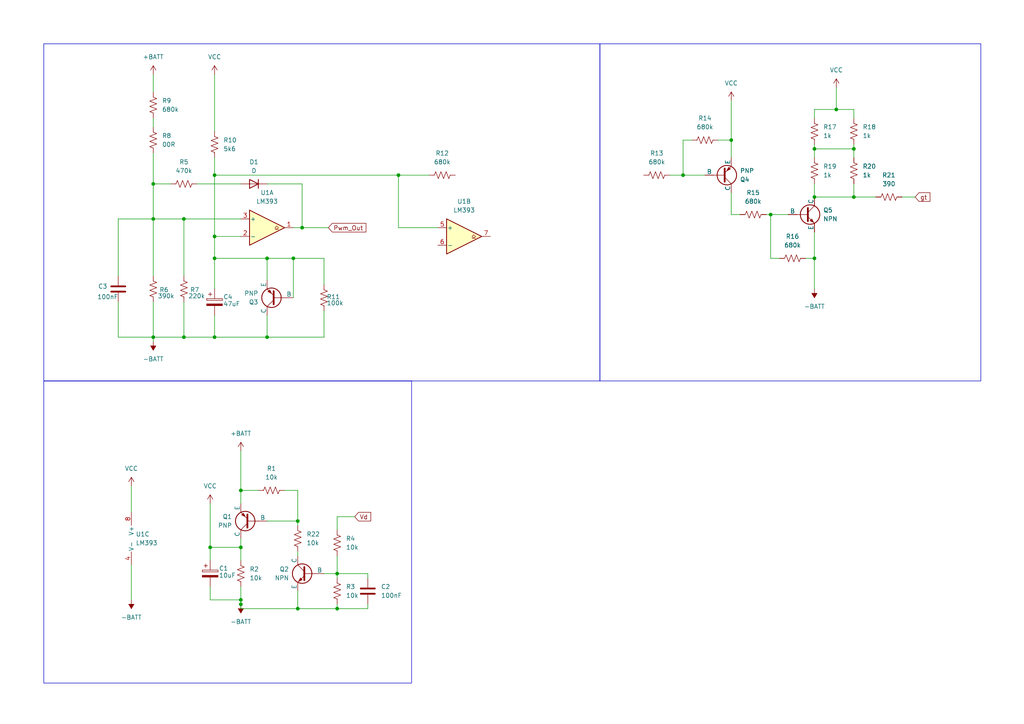
<source format=kicad_sch>
(kicad_sch (version 20250114) (generator "eeschema") (generator_version "9.0")
  (paper "A4")
  (lib_symbols
    (symbol "Comparator:LM393" (pin_names (offset 0.127))
      (property "Reference" "U" (at 3.81 3.81 0))
      (property "Value" "LM393" (at 6.35 -3.81 0))
      (symbol "LM393_1_1"
        (polyline (pts (xy -5.08 5.08) (xy 5.08 0) (xy -5.08 -5.08) (xy -5.08 5.08)) (stroke (width 0.254)) (fill (type background)))
        (polyline (pts (xy 3.302 -0.508) (xy 2.794 -0.508) (xy 3.302 0) (xy 2.794 0.508) (xy 2.286 0) (xy 2.794 -0.508) (xy 2.286 -0.508)) (stroke (width 0.127)))
        (pin input line (at -7.62 2.54 0) (length 2.54) (name "+") (number "3"))
        (pin input line (at -7.62 -2.54 0) (length 2.54) (name "-") (number "2"))
        (pin open_collector line (at 7.62 0 180) (length 2.54) (name "~") (number "1"))
      )
      (symbol "LM393_2_1"
        (polyline (pts (xy -5.08 5.08) (xy 5.08 0) (xy -5.08 -5.08) (xy -5.08 5.08)) (stroke (width 0.254)) (fill (type background)))
        (polyline (pts (xy 3.302 -0.508) (xy 2.794 -0.508) (xy 3.302 0) (xy 2.794 0.508) (xy 2.286 0) (xy 2.794 -0.508) (xy 2.286 -0.508)) (stroke (width 0.127)))
        (pin input line (at -7.62 2.54 0) (length 2.54) (name "+") (number "5"))
        (pin input line (at -7.62 -2.54 0) (length 2.54) (name "-") (number "6"))
        (pin open_collector line (at 7.62 0 180) (length 2.54) (name "~") (number "7"))
      )
      (symbol "LM393_3_1"
        (pin power_in line (at -2.54 7.62 270) (length 3.81) (name "V+") (number "8"))
        (pin power_in line (at -2.54 -7.62 90) (length 3.81) (name "V-") (number "4"))
      )
    )
    (symbol "Device:C" (pin_numbers (hide yes)) (pin_names (offset 0.254))
      (property "Reference" "C" (at 0.635 2.54 0))
      (property "Value" "C" (at 0.635 -2.54 0))
      (symbol "C_0_1"
        (polyline (pts (xy -2.032 0.762) (xy 2.032 0.762)) (stroke (width 0.508)))
        (polyline (pts (xy -2.032 -0.762) (xy 2.032 -0.762)) (stroke (width 0.508)))
      )
      (symbol "C_1_1"
        (pin passive line (at 0 3.81 270) (length 2.794) (name "~") (number "1"))
        (pin passive line (at 0 -3.81 90) (length 2.794) (name "~") (number "2"))
      )
    )
    (symbol "Device:C_Polarized" (pin_numbers (hide yes)) (pin_names (offset 0.254))
      (property "Reference" "C" (at 0.635 2.54 0))
      (property "Value" "C_Polarized" (at 0.635 -2.54 0))
      (symbol "C_Polarized_0_1"
        (rectangle (start -2.286 0.508) (end 2.286 1.016))
        (polyline (pts (xy -1.778 2.286) (xy -0.762 2.286)))
        (polyline (pts (xy -1.27 2.794) (xy -1.27 1.778)))
        (rectangle (start 2.286 -0.508) (end -2.286 -1.016) (fill (type outline)))
      )
      (symbol "C_Polarized_1_1"
        (pin passive line (at 0 3.81 270) (length 2.794) (name "~") (number "1"))
        (pin passive line (at 0 -3.81 90) (length 2.794) (name "~") (number "2"))
      )
    )
    (symbol "Device:D" (pin_numbers (hide yes)) (pin_names (offset 1.016) (hide yes))
      (property "Reference" "D" (at 0 2.54 0))
      (property "Value" "D" (at 0 -2.54 0))
      (symbol "D_0_1"
        (polyline (pts (xy -1.27 1.27) (xy -1.27 -1.27)) (stroke (width 0.254)))
        (polyline (pts (xy 1.27 1.27) (xy 1.27 -1.27) (xy -1.27 0) (xy 1.27 1.27)) (stroke (width 0.254)))
        (polyline (pts (xy 1.27 0) (xy -1.27 0)))
      )
      (symbol "D_1_1"
        (pin passive line (at -3.81 0 0) (length 2.54) (name "K") (number "1"))
        (pin passive line (at 3.81 0 180) (length 2.54) (name "A") (number "2"))
      )
    )
    (symbol "Device:R_US" (pin_numbers (hide yes)) (pin_names (offset 0))
      (property "Reference" "R" (at 2.54 0 90))
      (property "Value" "R_US" (at -2.54 0 90))
      (symbol "R_US_0_1"
        (polyline (pts (xy 0 2.286) (xy 0 2.54)))
        (polyline (pts (xy 0 2.286) (xy 1.016 1.905) (xy 0 1.524) (xy -1.016 1.143) (xy 0 0.762)))
        (polyline (pts (xy 0 0.762) (xy 1.016 0.381) (xy 0 0) (xy -1.016 -0.381) (xy 0 -0.762)))
        (polyline (pts (xy 0 -0.762) (xy 1.016 -1.143) (xy 0 -1.524) (xy -1.016 -1.905) (xy 0 -2.286)))
        (polyline (pts (xy 0 -2.286) (xy 0 -2.54)))
      )
      (symbol "R_US_1_1"
        (pin passive line (at 0 3.81 270) (length 1.27) (name "~") (number "1"))
        (pin passive line (at 0 -3.81 90) (length 1.27) (name "~") (number "2"))
      )
    )
    (symbol "Simulation_SPICE:NPN" (pin_numbers (hide yes)) (pin_names (offset 0))
      (property "Reference" "Q" (at -2.54 7.62 0))
      (property "Value" "NPN" (at -2.54 5.08 0))
      (symbol "NPN_0_1"
        (polyline (pts (xy -2.54 0) (xy 0.635 0)) (stroke (width 0.1524)))
        (polyline (pts (xy 0.635 1.905) (xy 0.635 -1.905) (xy 0.635 -1.905)) (stroke (width 0.508)))
        (polyline (pts (xy 0.635 0.635) (xy 2.54 2.54)))
        (polyline (pts (xy 0.635 -0.635) (xy 2.54 -2.54) (xy 2.54 -2.54)))
        (circle (center 1.27 0) (radius 2.8194) (stroke (width 0.254)))
        (polyline (pts (xy 1.27 -1.778) (xy 1.778 -1.27) (xy 2.286 -2.286) (xy 1.27 -1.778) (xy 1.27 -1.778)) (fill (type outline)))
        (polyline (pts (xy 2.794 -1.27) (xy 2.794 -1.27)) (stroke (width 0.1524)))
        (polyline (pts (xy 2.794 -1.27) (xy 2.794 -1.27)) (stroke (width 0.1524)))
      )
      (symbol "NPN_1_1"
        (pin input line (at -5.08 0 0) (length 2.54) (name "B") (number "2"))
        (pin open_collector line (at 2.54 5.08 270) (length 2.54) (name "C") (number "1"))
        (pin open_emitter line (at 2.54 -5.08 90) (length 2.54) (name "E") (number "3"))
      )
    )
    (symbol "Simulation_SPICE:PNP" (pin_numbers (hide yes)) (pin_names (offset 0))
      (property "Reference" "Q" (at -2.54 7.62 0))
      (property "Value" "PNP" (at -2.54 5.08 0))
      (symbol "PNP_0_1"
        (polyline (pts (xy -2.54 0) (xy 0.635 0)) (stroke (width 0.1524)))
        (polyline (pts (xy 0.635 1.905) (xy 0.635 -1.905) (xy 0.635 -1.905)) (stroke (width 0.508)))
        (polyline (pts (xy 0.635 0.635) (xy 2.54 2.54)))
        (polyline (pts (xy 0.635 -0.635) (xy 2.54 -2.54) (xy 2.54 -2.54)))
        (circle (center 1.27 0) (radius 2.8194) (stroke (width 0.254)))
        (polyline (pts (xy 2.286 -1.778) (xy 1.778 -2.286) (xy 1.27 -1.27) (xy 2.286 -1.778) (xy 2.286 -1.778)) (fill (type outline)))
      )
      (symbol "PNP_1_1"
        (pin input line (at -5.08 0 0) (length 2.54) (name "B") (number "2"))
        (pin open_collector line (at 2.54 5.08 270) (length 2.54) (name "C") (number "1"))
        (pin open_emitter line (at 2.54 -5.08 90) (length 2.54) (name "E") (number "3"))
      )
    )
    (symbol "power:+BATT" (power) (pin_names (offset 0))
      (property "Value" "+BATT" (at 0 3.556 0))
      (symbol "+BATT_0_1"
        (polyline (pts (xy -0.762 1.27) (xy 0 2.54)))
        (polyline (pts (xy 0 2.54) (xy 0.762 1.27)))
        (polyline (pts (xy 0 0) (xy 0 2.54)))
      )
      (symbol "+BATT_1_1"
        (pin power_in line (at 0 0 90) (length 0) (hide yes) (name "+BATT") (number "1"))
      )
    )
    (symbol "power:-BATT" (power) (pin_names (offset 0))
      (property "Value" "-BATT" (at 0 3.556 0))
      (symbol "-BATT_0_1"
        (polyline (pts (xy 0 0) (xy 0 2.54)))
        (polyline (pts (xy 0.762 1.27) (xy -0.762 1.27) (xy 0 2.54) (xy 0.762 1.27)) (fill (type outline)))
      )
      (symbol "-BATT_1_1"
        (pin power_in line (at 0 0 90) (length 0) (hide yes) (name "-BATT") (number "1"))
      )
    )
    (symbol "power:VCC" (power) (pin_names (offset 0))
      (property "Value" "VCC" (at 0 3.81 0))
      (symbol "VCC_0_1"
        (polyline (pts (xy -0.762 1.27) (xy 0 2.54)))
        (polyline (pts (xy 0 2.54) (xy 0.762 1.27)))
        (polyline (pts (xy 0 0) (xy 0 2.54)))
      )
      (symbol "VCC_1_1"
        (pin power_in line (at 0 0 90) (length 0) (hide yes) (name "VCC") (number "1"))
      )
    )
  )
  (rectangle (start 12.7 110.49) (end 119.38 198.12))
  (rectangle (start 12.7 12.7) (end 173.99 110.49))
  (rectangle (start 173.99 12.7) (end 284.48 110.49))
  (junction (at 236.22 57.15))
  (junction (at 236.22 74.93))
  (junction (at 44.45 97.79))
  (junction (at 62.23 68.58))
  (junction (at 247.65 57.15))
  (junction (at 97.79 166.37))
  (junction (at 85.09 74.93))
  (junction (at 69.85 173.99))
  (junction (at 97.79 176.53))
  (junction (at 77.47 74.93))
  (junction (at 60.96 158.75))
  (junction (at 115.57 50.8))
  (junction (at 53.34 63.5))
  (junction (at 44.45 53.34))
  (junction (at 223.52 62.23))
  (junction (at 87.63 66.04))
  (junction (at 44.45 63.5))
  (junction (at 86.36 151.13))
  (junction (at 236.22 43.18))
  (junction (at 62.23 50.8))
  (junction (at 77.47 97.79))
  (junction (at 247.65 43.18))
  (junction (at 62.23 74.93))
  (junction (at 198.12 50.8))
  (junction (at 69.85 142.24))
  (junction (at 86.36 176.53))
  (junction (at 53.34 97.79))
  (junction (at 69.85 158.75))
  (junction (at 242.57 31.75))
  (junction (at 212.09 40.64))
  (junction (at 69.85 175.26))
  (junction (at 62.23 97.79))
  (wire (pts (xy 236.22 31.75) (xy 242.57 31.75)))
  (wire (pts (xy 86.36 171.45) (xy 86.36 176.53)))
  (wire (pts (xy 247.65 41.91) (xy 247.65 43.18)))
  (wire (pts (xy 85.09 86.36) (xy 85.09 74.93)))
  (wire (pts (xy 62.23 21.59) (xy 62.23 38.1)))
  (wire (pts (xy 44.45 63.5) (xy 44.45 80.01)))
  (wire (pts (xy 247.65 53.34) (xy 247.65 57.15)))
  (wire (pts (xy 44.45 21.59) (xy 44.45 26.67)))
  (wire (pts (xy 38.1 140.97) (xy 38.1 148.59)))
  (wire (pts (xy 60.96 170.18) (xy 60.96 173.99)))
  (wire (pts (xy 97.79 166.37) (xy 97.79 167.64)))
  (wire (pts (xy 97.79 149.86) (xy 97.79 153.67)))
  (wire (pts (xy 106.68 166.37) (xy 97.79 166.37)))
  (wire (pts (xy 53.34 63.5) (xy 69.85 63.5)))
  (wire (pts (xy 86.36 176.53) (xy 69.85 176.53)))
  (wire (pts (xy 69.85 142.24) (xy 69.85 146.05)))
  (wire (pts (xy 261.62 57.15) (xy 265.43 57.15)))
  (wire (pts (xy 60.96 158.75) (xy 69.85 158.75)))
  (wire (pts (xy 93.98 82.55) (xy 93.98 74.93)))
  (wire (pts (xy 95.25 66.04) (xy 87.63 66.04)))
  (wire (pts (xy 97.79 161.29) (xy 97.79 166.37)))
  (wire (pts (xy 69.85 158.75) (xy 69.85 162.56)))
  (wire (pts (xy 102.87 149.86) (xy 97.79 149.86)))
  (wire (pts (xy 44.45 97.79) (xy 44.45 99.06)))
  (wire (pts (xy 62.23 45.72) (xy 62.23 50.8)))
  (wire (pts (xy 60.96 162.56) (xy 60.96 158.75)))
  (wire (pts (xy 242.57 25.4) (xy 242.57 31.75)))
  (wire (pts (xy 53.34 97.79) (xy 62.23 97.79)))
  (wire (pts (xy 236.22 41.91) (xy 236.22 43.18)))
  (wire (pts (xy 69.85 156.21) (xy 69.85 158.75)))
  (wire (pts (xy 93.98 166.37) (xy 97.79 166.37)))
  (wire (pts (xy 208.28 40.64) (xy 212.09 40.64)))
  (wire (pts (xy 222.25 62.23) (xy 223.52 62.23)))
  (wire (pts (xy 53.34 87.63) (xy 53.34 97.79)))
  (wire (pts (xy 77.47 74.93) (xy 77.47 81.28)))
  (wire (pts (xy 44.45 87.63) (xy 44.45 97.79)))
  (wire (pts (xy 77.47 53.34) (xy 87.63 53.34)))
  (wire (pts (xy 198.12 40.64) (xy 198.12 50.8)))
  (wire (pts (xy 194.31 50.8) (xy 198.12 50.8)))
  (wire (pts (xy 115.57 50.8) (xy 124.46 50.8)))
  (wire (pts (xy 97.79 175.26) (xy 97.79 176.53)))
  (wire (pts (xy 242.57 31.75) (xy 247.65 31.75)))
  (wire (pts (xy 212.09 40.64) (xy 212.09 45.72)))
  (wire (pts (xy 223.52 74.93) (xy 223.52 62.23)))
  (wire (pts (xy 44.45 97.79) (xy 53.34 97.79)))
  (wire (pts (xy 115.57 66.04) (xy 115.57 50.8)))
  (wire (pts (xy 77.47 97.79) (xy 62.23 97.79)))
  (wire (pts (xy 247.65 57.15) (xy 254 57.15)))
  (wire (pts (xy 60.96 146.05) (xy 60.96 158.75)))
  (wire (pts (xy 93.98 97.79) (xy 77.47 97.79)))
  (wire (pts (xy 236.22 74.93) (xy 236.22 83.82)))
  (wire (pts (xy 44.45 63.5) (xy 44.45 53.34)))
  (wire (pts (xy 62.23 68.58) (xy 69.85 68.58)))
  (wire (pts (xy 77.47 91.44) (xy 77.47 97.79)))
  (wire (pts (xy 93.98 90.17) (xy 93.98 97.79)))
  (wire (pts (xy 34.29 87.63) (xy 34.29 97.79)))
  (wire (pts (xy 198.12 50.8) (xy 204.47 50.8)))
  (wire (pts (xy 247.65 57.15) (xy 236.22 57.15)))
  (wire (pts (xy 223.52 62.23) (xy 228.6 62.23)))
  (wire (pts (xy 53.34 63.5) (xy 53.34 80.01)))
  (wire (pts (xy 69.85 173.99) (xy 69.85 175.26)))
  (wire (pts (xy 34.29 80.01) (xy 34.29 63.5)))
  (wire (pts (xy 233.68 74.93) (xy 236.22 74.93)))
  (wire (pts (xy 69.85 142.24) (xy 74.93 142.24)))
  (wire (pts (xy 226.06 74.93) (xy 223.52 74.93)))
  (wire (pts (xy 236.22 67.31) (xy 236.22 74.93)))
  (wire (pts (xy 247.65 43.18) (xy 247.65 45.72)))
  (wire (pts (xy 200.66 40.64) (xy 198.12 40.64)))
  (wire (pts (xy 62.23 91.44) (xy 62.23 97.79)))
  (wire (pts (xy 106.68 176.53) (xy 97.79 176.53)))
  (wire (pts (xy 62.23 50.8) (xy 62.23 68.58)))
  (wire (pts (xy 62.23 50.8) (xy 115.57 50.8)))
  (wire (pts (xy 77.47 74.93) (xy 62.23 74.93)))
  (wire (pts (xy 34.29 63.5) (xy 44.45 63.5)))
  (wire (pts (xy 236.22 43.18) (xy 236.22 45.72)))
  (wire (pts (xy 212.09 29.21) (xy 212.09 40.64)))
  (wire (pts (xy 44.45 53.34) (xy 49.53 53.34)))
  (wire (pts (xy 87.63 66.04) (xy 85.09 66.04)))
  (wire (pts (xy 212.09 62.23) (xy 214.63 62.23)))
  (wire (pts (xy 85.09 74.93) (xy 77.47 74.93)))
  (wire (pts (xy 97.79 176.53) (xy 86.36 176.53)))
  (wire (pts (xy 87.63 53.34) (xy 87.63 66.04)))
  (wire (pts (xy 86.36 151.13) (xy 77.47 151.13)))
  (wire (pts (xy 62.23 68.58) (xy 62.23 74.93)))
  (wire (pts (xy 60.96 173.99) (xy 69.85 173.99)))
  (wire (pts (xy 69.85 176.53) (xy 69.85 175.26)))
  (wire (pts (xy 44.45 34.29) (xy 44.45 36.83)))
  (wire (pts (xy 69.85 170.18) (xy 69.85 173.99)))
  (wire (pts (xy 69.85 130.81) (xy 69.85 142.24)))
  (wire (pts (xy 236.22 43.18) (xy 247.65 43.18)))
  (wire (pts (xy 86.36 142.24) (xy 86.36 151.13)))
  (wire (pts (xy 106.68 167.64) (xy 106.68 166.37)))
  (wire (pts (xy 106.68 175.26) (xy 106.68 176.53)))
  (wire (pts (xy 44.45 63.5) (xy 53.34 63.5)))
  (wire (pts (xy 86.36 160.02) (xy 86.36 161.29)))
  (wire (pts (xy 82.55 142.24) (xy 86.36 142.24)))
  (wire (pts (xy 236.22 31.75) (xy 236.22 34.29)))
  (wire (pts (xy 44.45 44.45) (xy 44.45 53.34)))
  (wire (pts (xy 93.98 74.93) (xy 85.09 74.93)))
  (wire (pts (xy 86.36 151.13) (xy 86.36 152.4)))
  (wire (pts (xy 34.29 97.79) (xy 44.45 97.79)))
  (wire (pts (xy 62.23 74.93) (xy 62.23 83.82)))
  (wire (pts (xy 57.15 53.34) (xy 69.85 53.34)))
  (wire (pts (xy 38.1 163.83) (xy 38.1 173.99)))
  (wire (pts (xy 212.09 62.23) (xy 212.09 55.88)))
  (wire (pts (xy 247.65 31.75) (xy 247.65 34.29)))
  (wire (pts (xy 236.22 53.34) (xy 236.22 57.15)))
  (wire (pts (xy 127 66.04) (xy 115.57 66.04)))
  (global_label "gt" (shape input) (at 265.43 57.15 0) (property "Intersheetrefs" "${INTERSHEET_REFS}" (effects (hide yes))))
  (global_label "Vd" (shape input) (at 102.87 149.86 0) (property "Intersheetrefs" "${INTERSHEET_REFS}" (effects (hide yes))))
  (global_label "Pwm_Out" (shape input) (at 95.25 66.04 0) (property "Intersheetrefs" "${INTERSHEET_REFS}" (effects (hide yes))))
  (symbol (lib_id "Device:R_US") (at 128.27 50.8 270) (unit 1)
    (property "Reference" "R12" (at 128.27 44.45 90))
    (property "Value" "680k" (at 128.27 46.99 90))
    (property "Description" "Resistor, US symbol" (effects (hide yes)))
  )
  (symbol (lib_id "Device:C") (at 106.68 171.45 0) (unit 1)
    (property "Reference" "C2" (at 110.49 170.1799 0) (effects (justify left)))
    (property "Value" "100nF" (at 110.49 172.7199 0) (effects (justify left)))
    (property "Description" "Unpolarized capacitor" (effects (hide yes)))
  )
  (symbol (lib_id "Device:R_US") (at 247.65 38.1 0) (unit 1)
    (property "Reference" "R18" (at 250.19 36.8299 0) (effects (justify left)))
    (property "Value" "1k" (at 250.19 39.3699 0) (effects (justify left)))
    (property "Description" "Resistor, US symbol" (effects (hide yes)))
  )
  (symbol (lib_id "power:VCC") (at 212.09 29.21 0) (unit 1)
    (property "Reference" "#PWR09" (effects (hide yes)))
    (property "Value" "VCC" (at 212.09 24.13 0))
    (property "Description" "Power symbol creates a global label with name \"VCC\"" (effects (hide yes)))
  )
  (symbol (lib_id "power:+BATT") (at 44.45 21.59 0) (unit 1)
    (property "Reference" "#PWR07" (effects (hide yes)))
    (property "Value" "+BATT" (at 44.45 16.51 0))
    (property "Description" "Power symbol creates a global label with name \"+BATT\"" (effects (hide yes)))
  )
  (symbol (lib_id "Device:R_US") (at 53.34 53.34 90) (unit 1)
    (property "Reference" "R5" (at 53.34 46.99 90))
    (property "Value" "470k" (at 53.34 49.53 90))
    (property "Description" "Resistor, US symbol" (effects (hide yes)))
  )
  (symbol (lib_id "Device:R_US") (at 86.36 156.21 180) (unit 1)
    (property "Reference" "R22" (at 88.9 154.9399 0) (effects (justify right)))
    (property "Value" "10k" (at 88.9 157.4799 0) (effects (justify right)))
    (property "Description" "Resistor, US symbol" (effects (hide yes)))
  )
  (symbol (lib_id "Device:R_US") (at 204.47 40.64 270) (unit 1)
    (property "Reference" "R14" (at 204.47 34.29 90))
    (property "Value" "680k" (at 204.47 36.83 90))
    (property "Description" "Resistor, US symbol" (effects (hide yes)))
  )
  (symbol (lib_id "Device:R_US") (at 62.23 41.91 180) (unit 1)
    (property "Reference" "R10" (at 64.77 40.6399 0) (effects (justify right)))
    (property "Value" "5k6" (at 64.77 43.1799 0) (effects (justify right)))
    (property "Description" "Resistor, US symbol" (effects (hide yes)))
  )
  (symbol (lib_id "Device:R_US") (at 69.85 166.37 180) (unit 1)
    (property "Reference" "R2" (at 72.39 165.0999 0) (effects (justify right)))
    (property "Value" "10k" (at 72.39 167.6399 0) (effects (justify right)))
    (property "Description" "Resistor, US symbol" (effects (hide yes)))
  )
  (symbol (lib_id "Device:C_Polarized") (at 60.96 166.37 0) (unit 1)
    (property "Reference" "C1" (at 63.5 164.846 0) (effects (justify left)))
    (property "Value" "10uF" (at 63.5 166.878 0) (effects (justify left)))
    (property "Description" "Polarized capacitor" (effects (hide yes)))
  )
  (symbol (lib_id "Simulation_SPICE:PNP") (at 209.55 50.8 0) (mirror x) (unit 1)
    (property "Reference" "Q4" (at 214.63 52.0701 0) (effects (justify left)))
    (property "Value" "PNP" (at 214.63 49.5301 0) (effects (justify left)))
    (property "Datasheet" "https://ngspice.sourceforge.io/docs/ngspice-html-manual/manual.xhtml#cha_BJTs" (effects (hide yes)))
    (property "Description" "Bipolar transistor symbol for simulation only, substrate tied to the emitter" (effects (hide yes)))
    (property "Sim.Device" "PNP" (effects (hide yes)))
    (property "Sim.Type" "GUMMELPOON" (effects (hide yes)))
    (property "Sim.Pins" "1=C 2=B 3=E" (effects (hide yes)))
  )
  (symbol (lib_id "Device:R_US") (at 236.22 38.1 0) (unit 1)
    (property "Reference" "R17" (at 238.76 36.8299 0) (effects (justify left)))
    (property "Value" "1k" (at 238.76 39.3699 0) (effects (justify left)))
    (property "Description" "Resistor, US symbol" (effects (hide yes)))
  )
  (symbol (lib_id "power:-BATT") (at 69.85 175.26 180) (unit 1)
    (property "Reference" "#PWR03" (effects (hide yes)))
    (property "Value" "-BATT" (at 69.85 180.34 0))
    (property "Description" "Power symbol creates a global label with name \"-BATT\"" (effects (hide yes)))
  )
  (symbol (lib_id "power:VCC") (at 242.57 25.4 0) (unit 1)
    (property "Reference" "#PWR011" (effects (hide yes)))
    (property "Value" "VCC" (at 242.57 20.32 0))
    (property "Description" "Power symbol creates a global label with name \"VCC\"" (effects (hide yes)))
  )
  (symbol (lib_id "Device:R_US") (at 190.5 50.8 270) (unit 1)
    (property "Reference" "R13" (at 190.5 44.45 90))
    (property "Value" "680k" (at 190.5 46.99 90))
    (property "Description" "Resistor, US symbol" (effects (hide yes)))
  )
  (symbol (lib_id "Device:R_US") (at 78.74 142.24 90) (unit 1)
    (property "Reference" "R1" (at 78.74 135.89 90))
    (property "Value" "10k" (at 78.74 138.43 90))
    (property "Description" "Resistor, US symbol" (effects (hide yes)))
  )
  (symbol (lib_id "power:VCC") (at 38.1 140.97 0) (unit 1)
    (property "Reference" "#PWR04" (effects (hide yes)))
    (property "Value" "VCC" (at 38.1 135.89 0))
    (property "Description" "Power symbol creates a global label with name \"VCC\"" (effects (hide yes)))
  )
  (symbol (lib_id "Simulation_SPICE:NPN") (at 88.9 166.37 0) (mirror y) (unit 1)
    (property "Reference" "Q2" (at 83.82 165.0999 0) (effects (justify left)))
    (property "Value" "NPN" (at 83.82 167.6399 0) (effects (justify left)))
    (property "Datasheet" "https://ngspice.sourceforge.io/docs/ngspice-html-manual/manual.xhtml#cha_BJTs" (effects (hide yes)))
    (property "Description" "Bipolar transistor symbol for simulation only, substrate tied to the emitter" (effects (hide yes)))
    (property "Sim.Device" "NPN" (effects (hide yes)))
    (property "Sim.Type" "GUMMELPOON" (effects (hide yes)))
    (property "Sim.Pins" "1=C 2=B 3=E" (effects (hide yes)))
  )
  (symbol (lib_id "Comparator:LM393") (at 134.62 68.58 0) (unit 2)
    (property "Reference" "U1" (at 134.62 58.42 0))
    (property "Value" "LM393" (at 134.62 60.96 0))
    (property "Datasheet" "http://www.ti.com/lit/ds/symlink/lm393.pdf" (effects (hide yes)))
    (property "Description" "Low-Power, Low-Offset Voltage, Dual Comparators, DIP-8/SOIC-8/TO-99-8" (effects (hide yes)))
  )
  (symbol (lib_id "power:-BATT") (at 38.1 173.99 180) (unit 1)
    (property "Reference" "#PWR01" (effects (hide yes)))
    (property "Value" "-BATT" (at 38.1 179.07 0))
    (property "Description" "Power symbol creates a global label with name \"-BATT\"" (effects (hide yes)))
  )
  (symbol (lib_id "Device:R_US") (at 44.45 40.64 180) (unit 1)
    (property "Reference" "R8" (at 46.99 39.3699 0) (effects (justify right)))
    (property "Value" "00R" (at 46.99 41.9099 0) (effects (justify right)))
    (property "Description" "Resistor, US symbol" (effects (hide yes)))
  )
  (symbol (lib_id "Device:R_US") (at 218.44 62.23 270) (unit 1)
    (property "Reference" "R15" (at 218.44 55.88 90))
    (property "Value" "680k" (at 218.44 58.42 90))
    (property "Description" "Resistor, US symbol" (effects (hide yes)))
  )
  (symbol (lib_id "Device:D") (at 73.66 53.34 180) (unit 1)
    (property "Reference" "D1" (at 73.66 46.99 0))
    (property "Value" "D" (at 73.66 49.53 0))
    (property "Description" "Diode" (effects (hide yes)))
    (property "Sim.Device" "D" (effects (hide yes)))
    (property "Sim.Pins" "1=K 2=A" (effects (hide yes)))
  )
  (symbol (lib_id "Device:R_US") (at 93.98 86.36 180) (unit 1)
    (property "Reference" "R11" (at 94.742 86.106 0) (effects (justify right)))
    (property "Value" "100k" (at 94.742 87.884 0) (effects (justify right)))
    (property "Description" "Resistor, US symbol" (effects (hide yes)))
  )
  (symbol (lib_id "power:VCC") (at 62.23 21.59 0) (unit 1)
    (property "Reference" "#PWR08" (effects (hide yes)))
    (property "Value" "VCC" (at 62.23 16.51 0))
    (property "Description" "Power symbol creates a global label with name \"VCC\"" (effects (hide yes)))
  )
  (symbol (lib_id "Device:C_Polarized") (at 62.23 87.63 0) (unit 1)
    (property "Reference" "C4" (at 64.77 86.106 0) (effects (justify left)))
    (property "Value" "47uF" (at 64.77 88.138 0) (effects (justify left)))
    (property "Description" "Polarized capacitor" (effects (hide yes)))
  )
  (symbol (lib_id "Device:R_US") (at 53.34 83.82 180) (unit 1)
    (property "Reference" "R7" (at 55.118 84.074 0) (effects (justify right)))
    (property "Value" "220k" (at 54.61 85.852 0) (effects (justify right)))
    (property "Description" "Resistor, US symbol" (effects (hide yes)))
  )
  (symbol (lib_id "Device:R_US") (at 97.79 171.45 180) (unit 1)
    (property "Reference" "R3" (at 100.33 170.1799 0) (effects (justify right)))
    (property "Value" "10k" (at 100.33 172.7199 0) (effects (justify right)))
    (property "Description" "Resistor, US symbol" (effects (hide yes)))
  )
  (symbol (lib_id "Device:R_US") (at 257.81 57.15 90) (unit 1)
    (property "Reference" "R21" (at 257.81 50.8 90))
    (property "Value" "390" (at 257.81 53.34 90))
    (property "Description" "Resistor, US symbol" (effects (hide yes)))
  )
  (symbol (lib_id "Comparator:LM393") (at 40.64 156.21 0) (unit 3)
    (property "Reference" "U1" (at 39.37 154.9399 0) (effects (justify left)))
    (property "Value" "LM393" (at 39.37 157.4799 0) (effects (justify left)))
    (property "Datasheet" "http://www.ti.com/lit/ds/symlink/lm393.pdf" (effects (hide yes)))
    (property "Description" "Low-Power, Low-Offset Voltage, Dual Comparators, DIP-8/SOIC-8/TO-99-8" (effects (hide yes)))
  )
  (symbol (lib_id "Simulation_SPICE:PNP") (at 80.01 86.36 180) (unit 1)
    (property "Reference" "Q3" (at 74.93 87.6301 0) (effects (justify left)))
    (property "Value" "PNP" (at 74.93 85.0901 0) (effects (justify left)))
    (property "Datasheet" "https://ngspice.sourceforge.io/docs/ngspice-html-manual/manual.xhtml#cha_BJTs" (effects (hide yes)))
    (property "Description" "Bipolar transistor symbol for simulation only, substrate tied to the emitter" (effects (hide yes)))
    (property "Sim.Device" "PNP" (effects (hide yes)))
    (property "Sim.Type" "GUMMELPOON" (effects (hide yes)))
    (property "Sim.Pins" "1=C 2=B 3=E" (effects (hide yes)))
  )
  (symbol (lib_id "Device:R_US") (at 97.79 157.48 180) (unit 1)
    (property "Reference" "R4" (at 100.33 156.2099 0) (effects (justify right)))
    (property "Value" "10k" (at 100.33 158.7499 0) (effects (justify right)))
    (property "Description" "Resistor, US symbol" (effects (hide yes)))
  )
  (symbol (lib_id "power:+BATT") (at 69.85 130.81 0) (unit 1)
    (property "Reference" "#PWR02" (effects (hide yes)))
    (property "Value" "+BATT" (at 69.85 125.73 0))
    (property "Description" "Power symbol creates a global label with name \"+BATT\"" (effects (hide yes)))
  )
  (symbol (lib_id "Device:R_US") (at 44.45 83.82 180) (unit 1)
    (property "Reference" "R6" (at 46.228 84.074 0) (effects (justify right)))
    (property "Value" "390k" (at 45.72 85.852 0) (effects (justify right)))
    (property "Description" "Resistor, US symbol" (effects (hide yes)))
  )
  (symbol (lib_id "Device:R_US") (at 236.22 49.53 0) (unit 1)
    (property "Reference" "R19" (at 238.76 48.2599 0) (effects (justify left)))
    (property "Value" "1k" (at 238.76 50.7999 0) (effects (justify left)))
    (property "Description" "Resistor, US symbol" (effects (hide yes)))
  )
  (symbol (lib_id "Device:R_US") (at 44.45 30.48 180) (unit 1)
    (property "Reference" "R9" (at 46.99 29.2099 0) (effects (justify right)))
    (property "Value" "680k" (at 46.99 31.7499 0) (effects (justify right)))
    (property "Description" "Resistor, US symbol" (effects (hide yes)))
  )
  (symbol (lib_id "power:-BATT") (at 236.22 83.82 180) (unit 1)
    (property "Reference" "#PWR010" (effects (hide yes)))
    (property "Value" "-BATT" (at 236.22 88.9 0))
    (property "Description" "Power symbol creates a global label with name \"-BATT\"" (effects (hide yes)))
  )
  (symbol (lib_id "Comparator:LM393") (at 77.47 66.04 0) (unit 1)
    (property "Reference" "U1" (at 77.47 55.88 0))
    (property "Value" "LM393" (at 77.47 58.42 0))
    (property "Datasheet" "http://www.ti.com/lit/ds/symlink/lm393.pdf" (effects (hide yes)))
    (property "Description" "Low-Power, Low-Offset Voltage, Dual Comparators, DIP-8/SOIC-8/TO-99-8" (effects (hide yes)))
  )
  (symbol (lib_id "Simulation_SPICE:NPN") (at 233.68 62.23 0) (unit 1)
    (property "Reference" "Q5" (at 238.76 60.9599 0) (effects (justify left)))
    (property "Value" "NPN" (at 238.76 63.4999 0) (effects (justify left)))
    (property "Datasheet" "https://ngspice.sourceforge.io/docs/ngspice-html-manual/manual.xhtml#cha_BJTs" (effects (hide yes)))
    (property "Description" "Bipolar transistor symbol for simulation only, substrate tied to the emitter" (effects (hide yes)))
    (property "Sim.Device" "NPN" (effects (hide yes)))
    (property "Sim.Type" "GUMMELPOON" (effects (hide yes)))
    (property "Sim.Pins" "1=C 2=B 3=E" (effects (hide yes)))
  )
  (symbol (lib_id "Simulation_SPICE:PNP") (at 72.39 151.13 180) (unit 1)
    (property "Reference" "Q1" (at 67.31 149.8599 0) (effects (justify left)))
    (property "Value" "PNP" (at 67.31 152.3999 0) (effects (justify left)))
    (property "Datasheet" "https://ngspice.sourceforge.io/docs/ngspice-html-manual/manual.xhtml#cha_BJTs" (effects (hide yes)))
    (property "Description" "Bipolar transistor symbol for simulation only, substrate tied to the emitter" (effects (hide yes)))
    (property "Sim.Device" "PNP" (effects (hide yes)))
    (property "Sim.Type" "GUMMELPOON" (effects (hide yes)))
    (property "Sim.Pins" "1=C 2=B 3=E" (effects (hide yes)))
  )
  (symbol (lib_id "power:VCC") (at 60.96 146.05 0) (unit 1)
    (property "Reference" "#PWR05" (effects (hide yes)))
    (property "Value" "VCC" (at 60.96 140.97 0))
    (property "Description" "Power symbol creates a global label with name \"VCC\"" (effects (hide yes)))
  )
  (symbol (lib_id "Device:C") (at 34.29 83.82 0) (unit 1)
    (property "Reference" "C3" (at 28.448 83.058 0) (effects (justify left)))
    (property "Value" "100nF" (at 28.194 86.106 0) (effects (justify left)))
    (property "Description" "Unpolarized capacitor" (effects (hide yes)))
  )
  (symbol (lib_id "Device:R_US") (at 247.65 49.53 0) (unit 1)
    (property "Reference" "R20" (at 250.19 48.2599 0) (effects (justify left)))
    (property "Value" "1k" (at 250.19 50.7999 0) (effects (justify left)))
    (property "Description" "Resistor, US symbol" (effects (hide yes)))
  )
  (symbol (lib_id "Device:R_US") (at 229.87 74.93 270) (unit 1)
    (property "Reference" "R16" (at 229.87 68.58 90))
    (property "Value" "680k" (at 229.87 71.12 90))
    (property "Description" "Resistor, US symbol" (effects (hide yes)))
  )
  (symbol (lib_id "power:-BATT") (at 44.45 99.06 180) (unit 1)
    (property "Reference" "#PWR06" (effects (hide yes)))
    (property "Value" "-BATT" (at 44.45 104.14 0))
    (property "Description" "Power symbol creates a global label with name \"-BATT\"" (effects (hide yes)))
  )
)
</source>
